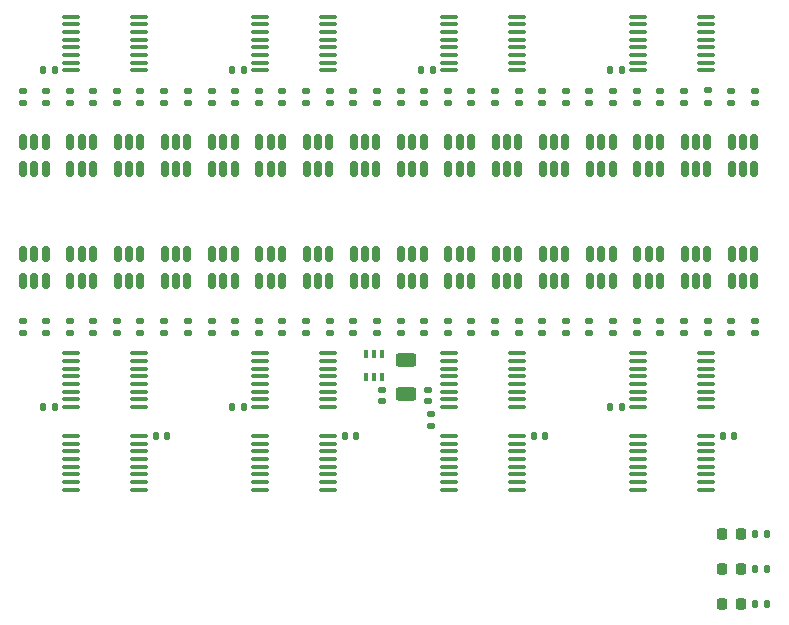
<source format=gbr>
%TF.GenerationSoftware,KiCad,Pcbnew,7.0.1*%
%TF.CreationDate,2024-03-30T14:25:32-04:00*%
%TF.ProjectId,TacTile2-C,54616354-696c-4653-922d-432e6b696361,rev?*%
%TF.SameCoordinates,Original*%
%TF.FileFunction,Paste,Top*%
%TF.FilePolarity,Positive*%
%FSLAX46Y46*%
G04 Gerber Fmt 4.6, Leading zero omitted, Abs format (unit mm)*
G04 Created by KiCad (PCBNEW 7.0.1) date 2024-03-30 14:25:32*
%MOMM*%
%LPD*%
G01*
G04 APERTURE LIST*
G04 Aperture macros list*
%AMRoundRect*
0 Rectangle with rounded corners*
0 $1 Rounding radius*
0 $2 $3 $4 $5 $6 $7 $8 $9 X,Y pos of 4 corners*
0 Add a 4 corners polygon primitive as box body*
4,1,4,$2,$3,$4,$5,$6,$7,$8,$9,$2,$3,0*
0 Add four circle primitives for the rounded corners*
1,1,$1+$1,$2,$3*
1,1,$1+$1,$4,$5*
1,1,$1+$1,$6,$7*
1,1,$1+$1,$8,$9*
0 Add four rect primitives between the rounded corners*
20,1,$1+$1,$2,$3,$4,$5,0*
20,1,$1+$1,$4,$5,$6,$7,0*
20,1,$1+$1,$6,$7,$8,$9,0*
20,1,$1+$1,$8,$9,$2,$3,0*%
G04 Aperture macros list end*
%ADD10RoundRect,0.135000X0.185000X-0.135000X0.185000X0.135000X-0.185000X0.135000X-0.185000X-0.135000X0*%
%ADD11RoundRect,0.135000X-0.185000X0.135000X-0.185000X-0.135000X0.185000X-0.135000X0.185000X0.135000X0*%
%ADD12RoundRect,0.150000X-0.150000X0.512500X-0.150000X-0.512500X0.150000X-0.512500X0.150000X0.512500X0*%
%ADD13RoundRect,0.140000X-0.140000X-0.170000X0.140000X-0.170000X0.140000X0.170000X-0.140000X0.170000X0*%
%ADD14RoundRect,0.140000X0.140000X0.170000X-0.140000X0.170000X-0.140000X-0.170000X0.140000X-0.170000X0*%
%ADD15RoundRect,0.100000X0.637500X0.100000X-0.637500X0.100000X-0.637500X-0.100000X0.637500X-0.100000X0*%
%ADD16RoundRect,0.100000X-0.637500X-0.100000X0.637500X-0.100000X0.637500X0.100000X-0.637500X0.100000X0*%
%ADD17R,0.400000X0.650000*%
%ADD18RoundRect,0.218750X0.218750X0.256250X-0.218750X0.256250X-0.218750X-0.256250X0.218750X-0.256250X0*%
%ADD19RoundRect,0.140000X0.170000X-0.140000X0.170000X0.140000X-0.170000X0.140000X-0.170000X-0.140000X0*%
%ADD20RoundRect,0.150000X0.150000X-0.512500X0.150000X0.512500X-0.150000X0.512500X-0.150000X-0.512500X0*%
%ADD21RoundRect,0.135000X-0.135000X-0.185000X0.135000X-0.185000X0.135000X0.185000X-0.135000X0.185000X0*%
%ADD22RoundRect,0.250000X-0.625000X0.312500X-0.625000X-0.312500X0.625000X-0.312500X0.625000X0.312500X0*%
G04 APERTURE END LIST*
D10*
%TO.C,R24*%
X45000000Y-48510000D03*
X45000000Y-47490000D03*
%TD*%
D11*
%TO.C,R53*%
X71000000Y-47480000D03*
X71000000Y-48500000D03*
%TD*%
D10*
%TO.C,R16*%
X37000000Y-48510000D03*
X37000000Y-47490000D03*
%TD*%
D12*
%TO.C,Q5*%
X32950000Y-32362500D03*
X32000000Y-32362500D03*
X31050000Y-32362500D03*
X31050000Y-34637500D03*
X32000000Y-34637500D03*
X32950000Y-34637500D03*
%TD*%
D13*
%TO.C,C4*%
X72750000Y-26250000D03*
X73710000Y-26250000D03*
%TD*%
D14*
%TO.C,C8*%
X83250000Y-57250000D03*
X82290000Y-57250000D03*
%TD*%
D10*
%TO.C,R64*%
X85000000Y-48510000D03*
X85000000Y-47490000D03*
%TD*%
D15*
%TO.C,U8*%
X80862500Y-26275000D03*
X80862500Y-25625000D03*
X80862500Y-24975000D03*
X80862500Y-24325000D03*
X80862500Y-23675000D03*
X80862500Y-23025000D03*
X80862500Y-22375000D03*
X80862500Y-21725000D03*
X75137500Y-21725000D03*
X75137500Y-22375000D03*
X75137500Y-23025000D03*
X75137500Y-23675000D03*
X75137500Y-24325000D03*
X75137500Y-24975000D03*
X75137500Y-25625000D03*
X75137500Y-26275000D03*
%TD*%
%TO.C,U2*%
X32862500Y-26275000D03*
X32862500Y-25625000D03*
X32862500Y-24975000D03*
X32862500Y-24325000D03*
X32862500Y-23675000D03*
X32862500Y-23025000D03*
X32862500Y-22375000D03*
X32862500Y-21725000D03*
X27137500Y-21725000D03*
X27137500Y-22375000D03*
X27137500Y-23025000D03*
X27137500Y-23675000D03*
X27137500Y-24325000D03*
X27137500Y-24975000D03*
X27137500Y-25625000D03*
X27137500Y-26275000D03*
%TD*%
D16*
%TO.C,U11*%
X59137500Y-57225000D03*
X59137500Y-57875000D03*
X59137500Y-58525000D03*
X59137500Y-59175000D03*
X59137500Y-59825000D03*
X59137500Y-60475000D03*
X59137500Y-61125000D03*
X59137500Y-61775000D03*
X64862500Y-61775000D03*
X64862500Y-61125000D03*
X64862500Y-60475000D03*
X64862500Y-59825000D03*
X64862500Y-59175000D03*
X64862500Y-58525000D03*
X64862500Y-57875000D03*
X64862500Y-57225000D03*
%TD*%
D17*
%TO.C,U1*%
X52100000Y-52200000D03*
X52750000Y-52200000D03*
X53400000Y-52200000D03*
X53400000Y-50300000D03*
X52750000Y-50300000D03*
X52100000Y-50300000D03*
%TD*%
D12*
%TO.C,Q15*%
X52950000Y-32362500D03*
X52000000Y-32362500D03*
X51050000Y-32362500D03*
X51050000Y-34637500D03*
X52000000Y-34637500D03*
X52950000Y-34637500D03*
%TD*%
D10*
%TO.C,R35*%
X57000000Y-29010000D03*
X57000000Y-27990000D03*
%TD*%
%TO.C,R23*%
X45000000Y-29010000D03*
X45000000Y-27990000D03*
%TD*%
D12*
%TO.C,Q25*%
X72950000Y-32362500D03*
X72000000Y-32362500D03*
X71050000Y-32362500D03*
X71050000Y-34637500D03*
X72000000Y-34637500D03*
X72950000Y-34637500D03*
%TD*%
D11*
%TO.C,R65*%
X83000000Y-47490000D03*
X83000000Y-48510000D03*
%TD*%
D12*
%TO.C,Q11*%
X44950000Y-32362500D03*
X44000000Y-32362500D03*
X43050000Y-32362500D03*
X43050000Y-34637500D03*
X44000000Y-34637500D03*
X44950000Y-34637500D03*
%TD*%
D10*
%TO.C,R56*%
X77000000Y-48510000D03*
X77000000Y-47490000D03*
%TD*%
D12*
%TO.C,Q13*%
X48950000Y-32362500D03*
X48000000Y-32362500D03*
X47050000Y-32362500D03*
X47050000Y-34637500D03*
X48000000Y-34637500D03*
X48950000Y-34637500D03*
%TD*%
D18*
%TO.C,D2*%
X83787500Y-68500000D03*
X82212500Y-68500000D03*
%TD*%
D11*
%TO.C,R21*%
X39000000Y-47490000D03*
X39000000Y-48510000D03*
%TD*%
D19*
%TO.C,C11*%
X57600000Y-56360000D03*
X57600000Y-55400000D03*
%TD*%
D20*
%TO.C,Q8*%
X35050000Y-44137500D03*
X36000000Y-44137500D03*
X36950000Y-44137500D03*
X36950000Y-41862500D03*
X36000000Y-41862500D03*
X35050000Y-41862500D03*
%TD*%
D10*
%TO.C,R44*%
X65000000Y-48510000D03*
X65000000Y-47490000D03*
%TD*%
D13*
%TO.C,C7*%
X72750000Y-54750000D03*
X73710000Y-54750000D03*
%TD*%
%TO.C,C1*%
X24750000Y-26250000D03*
X25710000Y-26250000D03*
%TD*%
D12*
%TO.C,Q3*%
X28950000Y-32362500D03*
X28000000Y-32362500D03*
X27050000Y-32362500D03*
X27050000Y-34637500D03*
X28000000Y-34637500D03*
X28950000Y-34637500D03*
%TD*%
D10*
%TO.C,R36*%
X57000000Y-48510000D03*
X57000000Y-47490000D03*
%TD*%
%TO.C,R8*%
X29000000Y-48510000D03*
X29000000Y-47490000D03*
%TD*%
D12*
%TO.C,Q21*%
X64950000Y-32362500D03*
X64000000Y-32362500D03*
X63050000Y-32362500D03*
X63050000Y-34637500D03*
X64000000Y-34637500D03*
X64950000Y-34637500D03*
%TD*%
D21*
%TO.C,R98*%
X84990000Y-65500000D03*
X86010000Y-65500000D03*
%TD*%
D10*
%TO.C,R40*%
X61000000Y-48510000D03*
X61000000Y-47490000D03*
%TD*%
D12*
%TO.C,Q27*%
X76950000Y-32362500D03*
X76000000Y-32362500D03*
X75050000Y-32362500D03*
X75050000Y-34637500D03*
X76000000Y-34637500D03*
X76950000Y-34637500D03*
%TD*%
D20*
%TO.C,Q22*%
X63050000Y-44137500D03*
X64000000Y-44137500D03*
X64950000Y-44137500D03*
X64950000Y-41862500D03*
X64000000Y-41862500D03*
X63050000Y-41862500D03*
%TD*%
D11*
%TO.C,R57*%
X75000000Y-47490000D03*
X75000000Y-48510000D03*
%TD*%
D14*
%TO.C,C12*%
X35250000Y-57250000D03*
X34290000Y-57250000D03*
%TD*%
D11*
%TO.C,R62*%
X83000000Y-27990000D03*
X83000000Y-29010000D03*
%TD*%
D20*
%TO.C,Q12*%
X43050000Y-44137500D03*
X44000000Y-44137500D03*
X44950000Y-44137500D03*
X44950000Y-41862500D03*
X44000000Y-41862500D03*
X43050000Y-41862500D03*
%TD*%
D10*
%TO.C,R20*%
X41000000Y-48510000D03*
X41000000Y-47490000D03*
%TD*%
%TO.C,R19*%
X41000000Y-29010000D03*
X41000000Y-27990000D03*
%TD*%
D11*
%TO.C,R38*%
X59000000Y-27990000D03*
X59000000Y-29010000D03*
%TD*%
D20*
%TO.C,Q30*%
X79050000Y-44137500D03*
X80000000Y-44137500D03*
X80950000Y-44137500D03*
X80950000Y-41862500D03*
X80000000Y-41862500D03*
X79050000Y-41862500D03*
%TD*%
D11*
%TO.C,R45*%
X63000000Y-47480000D03*
X63000000Y-48500000D03*
%TD*%
D20*
%TO.C,Q14*%
X47050000Y-44137500D03*
X48000000Y-44137500D03*
X48950000Y-44137500D03*
X48950000Y-41862500D03*
X48000000Y-41862500D03*
X47050000Y-41862500D03*
%TD*%
D11*
%TO.C,R6*%
X27000000Y-27990000D03*
X27000000Y-29010000D03*
%TD*%
%TO.C,R9*%
X27000000Y-47490000D03*
X27000000Y-48510000D03*
%TD*%
%TO.C,R22*%
X43000000Y-27990000D03*
X43000000Y-29010000D03*
%TD*%
%TO.C,R25*%
X43000000Y-47490000D03*
X43000000Y-48510000D03*
%TD*%
%TO.C,R54*%
X75000000Y-27990000D03*
X75000000Y-29010000D03*
%TD*%
D15*
%TO.C,U10*%
X80862500Y-54775000D03*
X80862500Y-54125000D03*
X80862500Y-53475000D03*
X80862500Y-52825000D03*
X80862500Y-52175000D03*
X80862500Y-51525000D03*
X80862500Y-50875000D03*
X80862500Y-50225000D03*
X75137500Y-50225000D03*
X75137500Y-50875000D03*
X75137500Y-51525000D03*
X75137500Y-52175000D03*
X75137500Y-52825000D03*
X75137500Y-53475000D03*
X75137500Y-54125000D03*
X75137500Y-54775000D03*
%TD*%
D13*
%TO.C,C5*%
X40750000Y-54750000D03*
X41710000Y-54750000D03*
%TD*%
D11*
%TO.C,R29*%
X47000000Y-47490000D03*
X47000000Y-48510000D03*
%TD*%
D20*
%TO.C,Q32*%
X83050000Y-44137500D03*
X84000000Y-44137500D03*
X84950000Y-44137500D03*
X84950000Y-41862500D03*
X84000000Y-41862500D03*
X83050000Y-41862500D03*
%TD*%
D11*
%TO.C,R50*%
X71000000Y-27990000D03*
X71000000Y-29010000D03*
%TD*%
D12*
%TO.C,Q31*%
X84950000Y-32362500D03*
X84000000Y-32362500D03*
X83050000Y-32362500D03*
X83050000Y-34637500D03*
X84000000Y-34637500D03*
X84950000Y-34637500D03*
%TD*%
D10*
%TO.C,R55*%
X77000000Y-29010000D03*
X77000000Y-27990000D03*
%TD*%
D20*
%TO.C,Q20*%
X59050000Y-44137500D03*
X60000000Y-44137500D03*
X60950000Y-44137500D03*
X60950000Y-41862500D03*
X60000000Y-41862500D03*
X59050000Y-41862500D03*
%TD*%
D11*
%TO.C,R17*%
X35000000Y-47490000D03*
X35000000Y-48510000D03*
%TD*%
%TO.C,R14*%
X35000000Y-27990000D03*
X35000000Y-29010000D03*
%TD*%
D20*
%TO.C,Q2*%
X23050000Y-44137500D03*
X24000000Y-44137500D03*
X24950000Y-44137500D03*
X24950000Y-41862500D03*
X24000000Y-41862500D03*
X23050000Y-41862500D03*
%TD*%
D12*
%TO.C,Q9*%
X40950000Y-32362500D03*
X40000000Y-32362500D03*
X39050000Y-32362500D03*
X39050000Y-34637500D03*
X40000000Y-34637500D03*
X40950000Y-34637500D03*
%TD*%
D11*
%TO.C,R42*%
X63000000Y-27990000D03*
X63000000Y-29010000D03*
%TD*%
D10*
%TO.C,R43*%
X65000000Y-29010000D03*
X65000000Y-27990000D03*
%TD*%
%TO.C,R59*%
X81000000Y-29000000D03*
X81000000Y-27980000D03*
%TD*%
D20*
%TO.C,Q4*%
X27050000Y-44137500D03*
X28000000Y-44137500D03*
X28950000Y-44137500D03*
X28950000Y-41862500D03*
X28000000Y-41862500D03*
X27050000Y-41862500D03*
%TD*%
D12*
%TO.C,Q7*%
X36950000Y-32362500D03*
X36000000Y-32362500D03*
X35050000Y-32362500D03*
X35050000Y-34637500D03*
X36000000Y-34637500D03*
X36950000Y-34637500D03*
%TD*%
%TO.C,Q29*%
X80950000Y-32362500D03*
X80000000Y-32362500D03*
X79050000Y-32362500D03*
X79050000Y-34637500D03*
X80000000Y-34637500D03*
X80950000Y-34637500D03*
%TD*%
D11*
%TO.C,R49*%
X67000000Y-47480000D03*
X67000000Y-48500000D03*
%TD*%
%TO.C,R2*%
X23000000Y-27990000D03*
X23000000Y-29010000D03*
%TD*%
D20*
%TO.C,Q16*%
X51050000Y-44137500D03*
X52000000Y-44137500D03*
X52950000Y-44137500D03*
X52950000Y-41862500D03*
X52000000Y-41862500D03*
X51050000Y-41862500D03*
%TD*%
D11*
%TO.C,R33*%
X51000000Y-47490000D03*
X51000000Y-48510000D03*
%TD*%
%TO.C,R26*%
X47000000Y-27990000D03*
X47000000Y-29010000D03*
%TD*%
D19*
%TO.C,C18*%
X57300000Y-54280000D03*
X57300000Y-53320000D03*
%TD*%
D16*
%TO.C,U13*%
X75137500Y-57225000D03*
X75137500Y-57875000D03*
X75137500Y-58525000D03*
X75137500Y-59175000D03*
X75137500Y-59825000D03*
X75137500Y-60475000D03*
X75137500Y-61125000D03*
X75137500Y-61775000D03*
X80862500Y-61775000D03*
X80862500Y-61125000D03*
X80862500Y-60475000D03*
X80862500Y-59825000D03*
X80862500Y-59175000D03*
X80862500Y-58525000D03*
X80862500Y-57875000D03*
X80862500Y-57225000D03*
%TD*%
D11*
%TO.C,R46*%
X67000000Y-27990000D03*
X67000000Y-29010000D03*
%TD*%
%TO.C,R10*%
X31000000Y-27990000D03*
X31000000Y-29010000D03*
%TD*%
D10*
%TO.C,R3*%
X25000000Y-29010000D03*
X25000000Y-27990000D03*
%TD*%
D20*
%TO.C,Q24*%
X67050000Y-44137500D03*
X68000000Y-44137500D03*
X68950000Y-44137500D03*
X68950000Y-41862500D03*
X68000000Y-41862500D03*
X67050000Y-41862500D03*
%TD*%
D22*
%TO.C,R1*%
X55500000Y-50787500D03*
X55500000Y-53712500D03*
%TD*%
D19*
%TO.C,C17*%
X53400000Y-54260000D03*
X53400000Y-53300000D03*
%TD*%
D11*
%TO.C,R30*%
X51000000Y-27990000D03*
X51000000Y-29010000D03*
%TD*%
D15*
%TO.C,U9*%
X64862500Y-54775000D03*
X64862500Y-54125000D03*
X64862500Y-53475000D03*
X64862500Y-52825000D03*
X64862500Y-52175000D03*
X64862500Y-51525000D03*
X64862500Y-50875000D03*
X64862500Y-50225000D03*
X59137500Y-50225000D03*
X59137500Y-50875000D03*
X59137500Y-51525000D03*
X59137500Y-52175000D03*
X59137500Y-52825000D03*
X59137500Y-53475000D03*
X59137500Y-54125000D03*
X59137500Y-54775000D03*
%TD*%
D18*
%TO.C,D1*%
X83787500Y-65500000D03*
X82212500Y-65500000D03*
%TD*%
D10*
%TO.C,R39*%
X61000000Y-29010000D03*
X61000000Y-27990000D03*
%TD*%
D15*
%TO.C,U3*%
X48862500Y-26275000D03*
X48862500Y-25625000D03*
X48862500Y-24975000D03*
X48862500Y-24325000D03*
X48862500Y-23675000D03*
X48862500Y-23025000D03*
X48862500Y-22375000D03*
X48862500Y-21725000D03*
X43137500Y-21725000D03*
X43137500Y-22375000D03*
X43137500Y-23025000D03*
X43137500Y-23675000D03*
X43137500Y-24325000D03*
X43137500Y-24975000D03*
X43137500Y-25625000D03*
X43137500Y-26275000D03*
%TD*%
D11*
%TO.C,R37*%
X55000000Y-47490000D03*
X55000000Y-48510000D03*
%TD*%
%TO.C,R61*%
X79000000Y-47490000D03*
X79000000Y-48510000D03*
%TD*%
%TO.C,R58*%
X79000000Y-27990000D03*
X79000000Y-29010000D03*
%TD*%
D12*
%TO.C,Q17*%
X56950000Y-32362500D03*
X56000000Y-32362500D03*
X55050000Y-32362500D03*
X55050000Y-34637500D03*
X56000000Y-34637500D03*
X56950000Y-34637500D03*
%TD*%
D10*
%TO.C,R31*%
X53000000Y-29010000D03*
X53000000Y-27990000D03*
%TD*%
D15*
%TO.C,U5*%
X48862500Y-54775000D03*
X48862500Y-54125000D03*
X48862500Y-53475000D03*
X48862500Y-52825000D03*
X48862500Y-52175000D03*
X48862500Y-51525000D03*
X48862500Y-50875000D03*
X48862500Y-50225000D03*
X43137500Y-50225000D03*
X43137500Y-50875000D03*
X43137500Y-51525000D03*
X43137500Y-52175000D03*
X43137500Y-52825000D03*
X43137500Y-53475000D03*
X43137500Y-54125000D03*
X43137500Y-54775000D03*
%TD*%
%TO.C,U7*%
X64862500Y-26275000D03*
X64862500Y-25625000D03*
X64862500Y-24975000D03*
X64862500Y-24325000D03*
X64862500Y-23675000D03*
X64862500Y-23025000D03*
X64862500Y-22375000D03*
X64862500Y-21725000D03*
X59137500Y-21725000D03*
X59137500Y-22375000D03*
X59137500Y-23025000D03*
X59137500Y-23675000D03*
X59137500Y-24325000D03*
X59137500Y-24975000D03*
X59137500Y-25625000D03*
X59137500Y-26275000D03*
%TD*%
D20*
%TO.C,Q18*%
X55050000Y-44137500D03*
X56000000Y-44137500D03*
X56950000Y-44137500D03*
X56950000Y-41862500D03*
X56000000Y-41862500D03*
X55050000Y-41862500D03*
%TD*%
D10*
%TO.C,R52*%
X73000000Y-48510000D03*
X73000000Y-47490000D03*
%TD*%
%TO.C,R7*%
X29000000Y-29010000D03*
X29000000Y-27990000D03*
%TD*%
D14*
%TO.C,C9*%
X51250000Y-57250000D03*
X50290000Y-57250000D03*
%TD*%
%TO.C,C10*%
X67250000Y-57250000D03*
X66290000Y-57250000D03*
%TD*%
D10*
%TO.C,R27*%
X49000000Y-29010000D03*
X49000000Y-27990000D03*
%TD*%
D21*
%TO.C,R99*%
X84990000Y-68500000D03*
X86010000Y-68500000D03*
%TD*%
D18*
%TO.C,D3*%
X83787500Y-71500000D03*
X82212500Y-71500000D03*
%TD*%
D12*
%TO.C,Q19*%
X60950000Y-32362500D03*
X60000000Y-32362500D03*
X59050000Y-32362500D03*
X59050000Y-34637500D03*
X60000000Y-34637500D03*
X60950000Y-34637500D03*
%TD*%
D13*
%TO.C,C6*%
X24750000Y-54750000D03*
X25710000Y-54750000D03*
%TD*%
D10*
%TO.C,R47*%
X69000000Y-29010000D03*
X69000000Y-27990000D03*
%TD*%
D20*
%TO.C,Q10*%
X39050000Y-44137500D03*
X40000000Y-44137500D03*
X40950000Y-44137500D03*
X40950000Y-41862500D03*
X40000000Y-41862500D03*
X39050000Y-41862500D03*
%TD*%
D10*
%TO.C,R48*%
X69000000Y-48510000D03*
X69000000Y-47490000D03*
%TD*%
D11*
%TO.C,R5*%
X23000000Y-47490000D03*
X23000000Y-48510000D03*
%TD*%
D10*
%TO.C,R28*%
X49000000Y-48510000D03*
X49000000Y-47490000D03*
%TD*%
D12*
%TO.C,Q1*%
X24950000Y-32362500D03*
X24000000Y-32362500D03*
X23050000Y-32362500D03*
X23050000Y-34637500D03*
X24000000Y-34637500D03*
X24950000Y-34637500D03*
%TD*%
D11*
%TO.C,R18*%
X39000000Y-27990000D03*
X39000000Y-29010000D03*
%TD*%
D16*
%TO.C,U12*%
X27137500Y-57225000D03*
X27137500Y-57875000D03*
X27137500Y-58525000D03*
X27137500Y-59175000D03*
X27137500Y-59825000D03*
X27137500Y-60475000D03*
X27137500Y-61125000D03*
X27137500Y-61775000D03*
X32862500Y-61775000D03*
X32862500Y-61125000D03*
X32862500Y-60475000D03*
X32862500Y-59825000D03*
X32862500Y-59175000D03*
X32862500Y-58525000D03*
X32862500Y-57875000D03*
X32862500Y-57225000D03*
%TD*%
D11*
%TO.C,R13*%
X31000000Y-47490000D03*
X31000000Y-48510000D03*
%TD*%
D10*
%TO.C,R11*%
X32970000Y-29010000D03*
X32970000Y-27990000D03*
%TD*%
D11*
%TO.C,R34*%
X55000000Y-27990000D03*
X55000000Y-29010000D03*
%TD*%
D10*
%TO.C,R32*%
X53000000Y-48510000D03*
X53000000Y-47490000D03*
%TD*%
D16*
%TO.C,U6*%
X43137500Y-57225000D03*
X43137500Y-57875000D03*
X43137500Y-58525000D03*
X43137500Y-59175000D03*
X43137500Y-59825000D03*
X43137500Y-60475000D03*
X43137500Y-61125000D03*
X43137500Y-61775000D03*
X48862500Y-61775000D03*
X48862500Y-61125000D03*
X48862500Y-60475000D03*
X48862500Y-59825000D03*
X48862500Y-59175000D03*
X48862500Y-58525000D03*
X48862500Y-57875000D03*
X48862500Y-57225000D03*
%TD*%
D10*
%TO.C,R12*%
X32970000Y-48510000D03*
X32970000Y-47490000D03*
%TD*%
D20*
%TO.C,Q28*%
X75050000Y-44137500D03*
X76000000Y-44137500D03*
X76950000Y-44137500D03*
X76950000Y-41862500D03*
X76000000Y-41862500D03*
X75050000Y-41862500D03*
%TD*%
D12*
%TO.C,Q23*%
X68950000Y-32362500D03*
X68000000Y-32362500D03*
X67050000Y-32362500D03*
X67050000Y-34637500D03*
X68000000Y-34637500D03*
X68950000Y-34637500D03*
%TD*%
D21*
%TO.C,R100*%
X84990000Y-71500000D03*
X86010000Y-71500000D03*
%TD*%
D15*
%TO.C,U4*%
X32862500Y-54775000D03*
X32862500Y-54125000D03*
X32862500Y-53475000D03*
X32862500Y-52825000D03*
X32862500Y-52175000D03*
X32862500Y-51525000D03*
X32862500Y-50875000D03*
X32862500Y-50225000D03*
X27137500Y-50225000D03*
X27137500Y-50875000D03*
X27137500Y-51525000D03*
X27137500Y-52175000D03*
X27137500Y-52825000D03*
X27137500Y-53475000D03*
X27137500Y-54125000D03*
X27137500Y-54775000D03*
%TD*%
D10*
%TO.C,R63*%
X85000000Y-29010000D03*
X85000000Y-27990000D03*
%TD*%
D13*
%TO.C,C3*%
X56750000Y-26250000D03*
X57710000Y-26250000D03*
%TD*%
D20*
%TO.C,Q26*%
X71050000Y-44137500D03*
X72000000Y-44137500D03*
X72950000Y-44137500D03*
X72950000Y-41862500D03*
X72000000Y-41862500D03*
X71050000Y-41862500D03*
%TD*%
D10*
%TO.C,R51*%
X73000000Y-29010000D03*
X73000000Y-27990000D03*
%TD*%
D20*
%TO.C,Q6*%
X31050000Y-44137500D03*
X32000000Y-44137500D03*
X32950000Y-44137500D03*
X32950000Y-41862500D03*
X32000000Y-41862500D03*
X31050000Y-41862500D03*
%TD*%
D10*
%TO.C,R4*%
X25000000Y-48510000D03*
X25000000Y-47490000D03*
%TD*%
%TO.C,R60*%
X81000000Y-48510000D03*
X81000000Y-47490000D03*
%TD*%
D13*
%TO.C,C2*%
X40750000Y-26250000D03*
X41710000Y-26250000D03*
%TD*%
D10*
%TO.C,R15*%
X37000000Y-29010000D03*
X37000000Y-27990000D03*
%TD*%
D11*
%TO.C,R41*%
X59000000Y-47490000D03*
X59000000Y-48510000D03*
%TD*%
M02*

</source>
